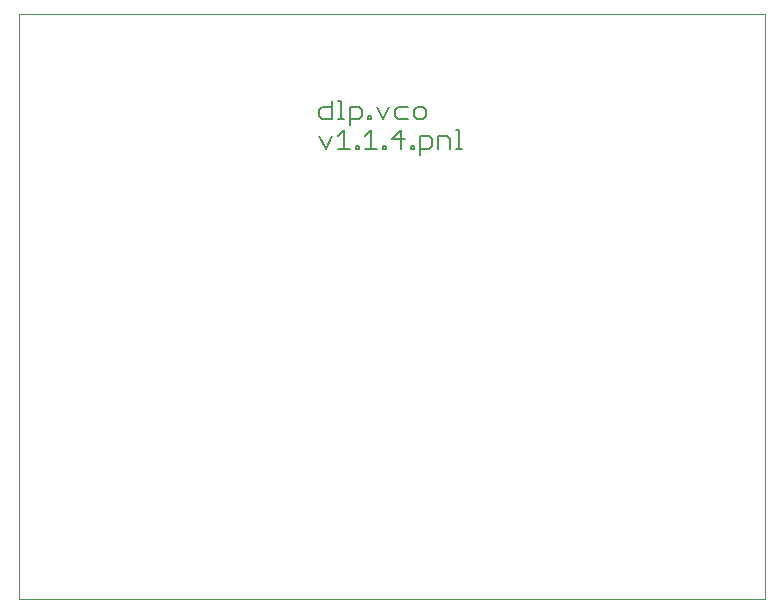
<source format=gbo>
G75*
%MOIN*%
%OFA0B0*%
%FSLAX25Y25*%
%IPPOS*%
%LPD*%
%AMOC8*
5,1,8,0,0,1.08239X$1,22.5*
%
%ADD10C,0.00000*%
%ADD11C,0.00500*%
D10*
X0001000Y0001000D02*
X0001000Y0195961D01*
X0249701Y0195961D01*
X0249701Y0001000D01*
X0001000Y0001000D01*
D11*
X0134675Y0149215D02*
X0134675Y0155320D01*
X0137727Y0155320D01*
X0138745Y0154303D01*
X0138745Y0152268D01*
X0137727Y0151250D01*
X0134675Y0151250D01*
X0132653Y0151250D02*
X0132653Y0152268D01*
X0131636Y0152268D01*
X0131636Y0151250D01*
X0132653Y0151250D01*
X0128611Y0151250D02*
X0128611Y0157355D01*
X0125559Y0154303D01*
X0129629Y0154303D01*
X0123538Y0152268D02*
X0123538Y0151250D01*
X0122520Y0151250D01*
X0122520Y0152268D01*
X0123538Y0152268D01*
X0120513Y0151250D02*
X0116443Y0151250D01*
X0114422Y0151250D02*
X0113404Y0151250D01*
X0113404Y0152268D01*
X0114422Y0152268D01*
X0114422Y0151250D01*
X0118478Y0151250D02*
X0118478Y0157355D01*
X0116443Y0155320D01*
X0111379Y0159115D02*
X0111379Y0165220D01*
X0114431Y0165220D01*
X0115449Y0164203D01*
X0115449Y0162168D01*
X0114431Y0161150D01*
X0111379Y0161150D01*
X0109362Y0161150D02*
X0107327Y0161150D01*
X0108345Y0161150D02*
X0108345Y0167255D01*
X0107327Y0167255D01*
X0105320Y0167255D02*
X0105320Y0161150D01*
X0102268Y0161150D01*
X0101250Y0162168D01*
X0101250Y0164203D01*
X0102268Y0165220D01*
X0105320Y0165220D01*
X0109362Y0157355D02*
X0109362Y0151250D01*
X0107327Y0151250D02*
X0111397Y0151250D01*
X0107327Y0155320D02*
X0109362Y0157355D01*
X0105320Y0155320D02*
X0103285Y0151250D01*
X0101250Y0155320D01*
X0117456Y0161150D02*
X0118473Y0161150D01*
X0118473Y0162168D01*
X0117456Y0162168D01*
X0117456Y0161150D01*
X0122529Y0161150D02*
X0120494Y0165220D01*
X0124565Y0165220D02*
X0122529Y0161150D01*
X0126572Y0162168D02*
X0127589Y0161150D01*
X0130642Y0161150D01*
X0132649Y0162168D02*
X0133666Y0161150D01*
X0135701Y0161150D01*
X0136719Y0162168D01*
X0136719Y0164203D01*
X0135701Y0165220D01*
X0133666Y0165220D01*
X0132649Y0164203D01*
X0132649Y0162168D01*
X0130642Y0165220D02*
X0127589Y0165220D01*
X0126572Y0164203D01*
X0126572Y0162168D01*
X0140752Y0155320D02*
X0140752Y0151250D01*
X0144822Y0151250D02*
X0144822Y0154303D01*
X0143804Y0155320D01*
X0140752Y0155320D01*
X0146829Y0157355D02*
X0147846Y0157355D01*
X0147846Y0151250D01*
X0146829Y0151250D02*
X0148864Y0151250D01*
M02*

</source>
